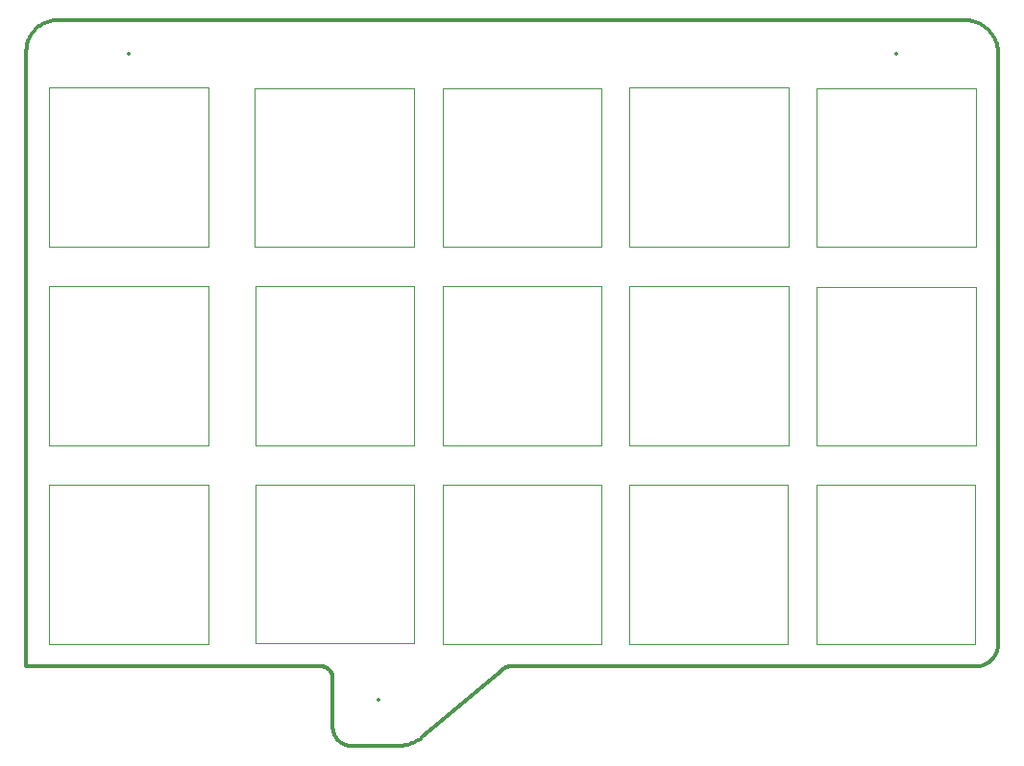
<source format=gtl>
%TF.GenerationSoftware,KiCad,Pcbnew,(6.0.6)*%
%TF.CreationDate,2022-09-19T19:52:02+09:00*%
%TF.ProjectId,split-mini_top__1,73706c69-742d-46d6-996e-695f746f705f,rev?*%
%TF.SameCoordinates,Original*%
%TF.FileFunction,Copper,L1,Top*%
%TF.FilePolarity,Positive*%
%FSLAX46Y46*%
G04 Gerber Fmt 4.6, Leading zero omitted, Abs format (unit mm)*
G04 Created by KiCad (PCBNEW (6.0.6)) date 2022-09-19 19:52:02*
%MOMM*%
%LPD*%
G01*
G04 APERTURE LIST*
%TA.AperFunction,Profile*%
%ADD10C,0.349999*%
%TD*%
%TA.AperFunction,Profile*%
%ADD11C,0.120000*%
%TD*%
%ADD12C,0.350000*%
G04 APERTURE END LIST*
D10*
X106588712Y-23174091D02*
X106620048Y-23313056D01*
X106550684Y-23037060D02*
X106588712Y-23174091D01*
X106676490Y-75980373D02*
X106676460Y-75198215D01*
X106676490Y-75980373D02*
X106676490Y-75980373D01*
X106673900Y-76082711D02*
X106676490Y-75980373D01*
X106666217Y-76183706D02*
X106673900Y-76082711D01*
X106653568Y-76283232D02*
X106666217Y-76183706D01*
X106636076Y-76381165D02*
X106653568Y-76283232D01*
X106613868Y-76477379D02*
X106636076Y-76381165D01*
X106587067Y-76571750D02*
X106613868Y-76477379D01*
X106555799Y-76664152D02*
X106587067Y-76571750D01*
X106520189Y-76754462D02*
X106555799Y-76664152D01*
X106480362Y-76842553D02*
X106520189Y-76754462D01*
X106436442Y-76928301D02*
X106480362Y-76842553D01*
X106388555Y-77011580D02*
X106436442Y-76928301D01*
X106336825Y-77092267D02*
X106388555Y-77011580D01*
X106281378Y-77170236D02*
X106336825Y-77092267D01*
X106222339Y-77245362D02*
X106281378Y-77170236D01*
X106159832Y-77317520D02*
X106222339Y-77245362D01*
X106093982Y-77386585D02*
X106159832Y-77317520D01*
X106024915Y-77452432D02*
X106093982Y-77386585D01*
X105952755Y-77514937D02*
X106024915Y-77452432D01*
X105877627Y-77573974D02*
X105952755Y-77514937D01*
X105799656Y-77629418D02*
X105877627Y-77573974D01*
X105718968Y-77681145D02*
X105799656Y-77629418D01*
X105635686Y-77729029D02*
X105718968Y-77681145D01*
X105549937Y-77772945D02*
X105635686Y-77729029D01*
X105461844Y-77812769D02*
X105549937Y-77772945D01*
X105371534Y-77848376D02*
X105461844Y-77812769D01*
X105279130Y-77879640D02*
X105371534Y-77848376D01*
X105184759Y-77906437D02*
X105279130Y-77879640D01*
X105088544Y-77928642D02*
X105184759Y-77906437D01*
X104990611Y-77946130D02*
X105088544Y-77928642D01*
X104891084Y-77958775D02*
X104990611Y-77946130D01*
X104790089Y-77966454D02*
X104891084Y-77958775D01*
X104687751Y-77969040D02*
X104790089Y-77966454D01*
X104687751Y-77969040D02*
X104687751Y-77969040D01*
X63738792Y-77969074D02*
X104687751Y-77969040D01*
X63738792Y-77969074D02*
X63738792Y-77969074D01*
X63684204Y-77970280D02*
X63738792Y-77969074D01*
X63629912Y-77973889D02*
X63684204Y-77970280D01*
X63575990Y-77979873D02*
X63629912Y-77973889D01*
X63522511Y-77988206D02*
X63575990Y-77979873D01*
X63469550Y-77998861D02*
X63522511Y-77988206D01*
X63417179Y-78011810D02*
X63469550Y-77998861D01*
X63365474Y-78027026D02*
X63417179Y-78011810D01*
X63314507Y-78044482D02*
X63365474Y-78027026D01*
X63264353Y-78064151D02*
X63314507Y-78044482D01*
X63215085Y-78086006D02*
X63264353Y-78064151D01*
X63166777Y-78110020D02*
X63215085Y-78086006D01*
X63119504Y-78136166D02*
X63166777Y-78110020D01*
X63073337Y-78164416D02*
X63119504Y-78136166D01*
X63028352Y-78194744D02*
X63073337Y-78164416D01*
X62984623Y-78227122D02*
X63028352Y-78194744D01*
X62942222Y-78261524D02*
X62984623Y-78227122D01*
X62942222Y-78261524D02*
X62942222Y-78261524D01*
X55995387Y-84158474D02*
X62942222Y-78261524D01*
X55995387Y-84158474D02*
X55995387Y-84158474D01*
X55877891Y-84253813D02*
X55995387Y-84158474D01*
X55756712Y-84343545D02*
X55877891Y-84253813D01*
X55632055Y-84427595D02*
X55756712Y-84343545D01*
X55504124Y-84505888D02*
X55632055Y-84427595D01*
X55373124Y-84578349D02*
X55504124Y-84505888D01*
X55239258Y-84644903D02*
X55373124Y-84578349D01*
X55102732Y-84705475D02*
X55239258Y-84644903D01*
X54963750Y-84759990D02*
X55102732Y-84705475D01*
X54822516Y-84808372D02*
X54963750Y-84759990D01*
X54679235Y-84850547D02*
X54822516Y-84808372D01*
X54534110Y-84886439D02*
X54679235Y-84850547D01*
X54387347Y-84915974D02*
X54534110Y-84886439D01*
X54239150Y-84939076D02*
X54387347Y-84915974D01*
X54089723Y-84955670D02*
X54239150Y-84939076D01*
X53939271Y-84965682D02*
X54089723Y-84955670D01*
X53787998Y-84969036D02*
X53939271Y-84965682D01*
X53787998Y-84969036D02*
X53787998Y-84969036D01*
X49678930Y-84969074D02*
X53787998Y-84969036D01*
X49678930Y-84969074D02*
X49678930Y-84969074D01*
X49596988Y-84967043D02*
X49678930Y-84969074D01*
X49515603Y-84960988D02*
X49596988Y-84967043D01*
X49434910Y-84950965D02*
X49515603Y-84960988D01*
X49355044Y-84937030D02*
X49434910Y-84950965D01*
X49276141Y-84919238D02*
X49355044Y-84937030D01*
X49198336Y-84897647D02*
X49276141Y-84919238D01*
X49121764Y-84872313D02*
X49198336Y-84897647D01*
X49046561Y-84843290D02*
X49121764Y-84872313D01*
X48972862Y-84810636D02*
X49046561Y-84843290D01*
X48900803Y-84774407D02*
X48972862Y-84810636D01*
X48830519Y-84734658D02*
X48900803Y-84774407D01*
X48762145Y-84691446D02*
X48830519Y-84734658D01*
X48695818Y-84644827D02*
X48762145Y-84691446D01*
X48631672Y-84594857D02*
X48695818Y-84644827D01*
X48569842Y-84541592D02*
X48631672Y-84594857D01*
X48510465Y-84485088D02*
X48569842Y-84541592D01*
X48510465Y-84485088D02*
X48510465Y-84485088D01*
X48453960Y-84425711D02*
X48510465Y-84485088D01*
X48400693Y-84363881D02*
X48453960Y-84425711D01*
X48350722Y-84299735D02*
X48400693Y-84363881D01*
X48304101Y-84233407D02*
X48350722Y-84299735D01*
X48260888Y-84165033D02*
X48304101Y-84233407D01*
X48221138Y-84094747D02*
X48260888Y-84165033D01*
X48184908Y-84022687D02*
X48221138Y-84094747D01*
X48152252Y-83948986D02*
X48184908Y-84022687D01*
X48123229Y-83873781D02*
X48152252Y-83948986D01*
X48097893Y-83797207D02*
X48123229Y-83873781D01*
X48076301Y-83719398D02*
X48097893Y-83797207D01*
X48058510Y-83640491D02*
X48076301Y-83719398D01*
X48044574Y-83560621D02*
X48058510Y-83640491D01*
X48034550Y-83479923D02*
X48044574Y-83560621D01*
X48028495Y-83398533D02*
X48034550Y-83479923D01*
X48026464Y-83316585D02*
X48028495Y-83398533D01*
X48026464Y-83316585D02*
X48026464Y-83316585D01*
X48026494Y-78995773D02*
X48026464Y-83316585D01*
X48026494Y-78995773D02*
X48026494Y-78995773D01*
X48025232Y-78944859D02*
X48026494Y-78995773D01*
X48021470Y-78894291D02*
X48025232Y-78944859D01*
X48015242Y-78844153D02*
X48021470Y-78894291D01*
X48006583Y-78794529D02*
X48015242Y-78844153D01*
X47995528Y-78745503D02*
X48006583Y-78794529D01*
X47982112Y-78697159D02*
X47995528Y-78745503D01*
X47966370Y-78649581D02*
X47982112Y-78697159D01*
X47948336Y-78602854D02*
X47966370Y-78649581D01*
X47928046Y-78557062D02*
X47948336Y-78602854D01*
X47905534Y-78512288D02*
X47928046Y-78557062D01*
X47880835Y-78468618D02*
X47905534Y-78512288D01*
X47853984Y-78426135D02*
X47880835Y-78468618D01*
X47825016Y-78384923D02*
X47853984Y-78426135D01*
X47793966Y-78345066D02*
X47825016Y-78384923D01*
X47760869Y-78306649D02*
X47793966Y-78345066D01*
X47725759Y-78269756D02*
X47760869Y-78306649D01*
X47725759Y-78269756D02*
X47725759Y-78269756D01*
X47688864Y-78234648D02*
X47725759Y-78269756D01*
X47650446Y-78201551D02*
X47688864Y-78234648D01*
X47610588Y-78170503D02*
X47650446Y-78201551D01*
X47569375Y-78141536D02*
X47610588Y-78170503D01*
X47526890Y-78114686D02*
X47569375Y-78141536D01*
X47483219Y-78089989D02*
X47526890Y-78114686D01*
X47438444Y-78067478D02*
X47483219Y-78089989D01*
X47392651Y-78047189D02*
X47438444Y-78067478D01*
X47345923Y-78029156D02*
X47392651Y-78047189D01*
X47298345Y-78013415D02*
X47345923Y-78029156D01*
X47250000Y-78000000D02*
X47298345Y-78013415D01*
X47200974Y-77988946D02*
X47250000Y-78000000D01*
X47151350Y-77980288D02*
X47200974Y-77988946D01*
X47101211Y-77974061D02*
X47151350Y-77980288D01*
X47050644Y-77970300D02*
X47101211Y-77974061D01*
X46999730Y-77969040D02*
X47050644Y-77970300D01*
X46999730Y-77969040D02*
X46999730Y-77969040D01*
X32022421Y-77969040D02*
X46999730Y-77969040D01*
X106676490Y-23883483D02*
X106676460Y-75198215D01*
X106676490Y-23883483D02*
X106676490Y-23883483D01*
X106672912Y-23739168D02*
X106676490Y-23883483D01*
X106662246Y-23595833D02*
X106672912Y-23739168D01*
X106644592Y-23453717D02*
X106662246Y-23595833D01*
X106620048Y-23313056D02*
X106644592Y-23453717D01*
X106506063Y-22902201D02*
X106550684Y-23037060D01*
X106454947Y-22769752D02*
X106506063Y-22902201D01*
X106397435Y-22639953D02*
X106454947Y-22769752D01*
X106333626Y-22513042D02*
X106397435Y-22639953D01*
X106263618Y-22389258D02*
X106333626Y-22513042D01*
X106187512Y-22268838D02*
X106263618Y-22389258D01*
X106105404Y-22152022D02*
X106187512Y-22268838D01*
X106017395Y-22039047D02*
X106105404Y-22152022D01*
X105923582Y-21930154D02*
X106017395Y-22039047D01*
X105824066Y-21825579D02*
X105923582Y-21930154D01*
X105824066Y-21825579D02*
X105824066Y-21825579D01*
X105719490Y-21726063D02*
X105824066Y-21825579D01*
X105610596Y-21632252D02*
X105719490Y-21726063D01*
X105497621Y-21544243D02*
X105610596Y-21632252D01*
X105380804Y-21462137D02*
X105497621Y-21544243D01*
X105260384Y-21386031D02*
X105380804Y-21462137D01*
X105136598Y-21316025D02*
X105260384Y-21386031D01*
X105009686Y-21252217D02*
X105136598Y-21316025D01*
X104879886Y-21194707D02*
X105009686Y-21252217D01*
X104747437Y-21143592D02*
X104879886Y-21194707D01*
X104612577Y-21098973D02*
X104747437Y-21143592D01*
X104475545Y-21060947D02*
X104612577Y-21098973D01*
X104336579Y-21029613D02*
X104475545Y-21060947D01*
X104195918Y-21005071D02*
X104336579Y-21029613D01*
X104053801Y-20987419D02*
X104195918Y-21005071D01*
X103910465Y-20976755D02*
X104053801Y-20987419D01*
X103766151Y-20973180D02*
X103910465Y-20976755D01*
X103766151Y-20973180D02*
X103766151Y-20973180D01*
X23744193Y-20973183D02*
X103766151Y-20973180D01*
X23744193Y-20973183D02*
X23744193Y-20973183D01*
X23604334Y-20976740D02*
X23744193Y-20973183D01*
X23466311Y-20987255D02*
X23604334Y-20976740D01*
X23330296Y-21004558D02*
X23466311Y-20987255D01*
X23196458Y-21028477D02*
X23330296Y-21004558D01*
X23064970Y-21058842D02*
X23196458Y-21028477D01*
X22936001Y-21095482D02*
X23064970Y-21058842D01*
X22809722Y-21138226D02*
X22936001Y-21095482D01*
X22686304Y-21186904D02*
X22809722Y-21138226D01*
X22565918Y-21241345D02*
X22686304Y-21186904D01*
X22448735Y-21301378D02*
X22565918Y-21241345D01*
X22334925Y-21366832D02*
X22448735Y-21301378D01*
X22224658Y-21437537D02*
X22334925Y-21366832D01*
X22118106Y-21513322D02*
X22224658Y-21437537D01*
X22015440Y-21594016D02*
X22118106Y-21513322D01*
X21916830Y-21679448D02*
X22015440Y-21594016D01*
X21822446Y-21769448D02*
X21916830Y-21679448D01*
X21732460Y-21863845D02*
X21822446Y-21769448D01*
X21647042Y-21962468D02*
X21732460Y-21863845D01*
X21566363Y-22065146D02*
X21647042Y-21962468D01*
X21490594Y-22171709D02*
X21566363Y-22065146D01*
X21419906Y-22281985D02*
X21490594Y-22171709D01*
X21354468Y-22395805D02*
X21419906Y-22281985D01*
X21294452Y-22512997D02*
X21354468Y-22395805D01*
X21240029Y-22633391D02*
X21294452Y-22512997D01*
X21191370Y-22756816D02*
X21240029Y-22633391D01*
X21148644Y-22883101D02*
X21191370Y-22756816D01*
X21112023Y-23012075D02*
X21148644Y-22883101D01*
X21081678Y-23143568D02*
X21112023Y-23012075D01*
X21057778Y-23277408D02*
X21081678Y-23143568D01*
X21040496Y-23413426D02*
X21057778Y-23277408D01*
X21026466Y-23691310D02*
X21040496Y-23413426D01*
X21026466Y-23691310D02*
X21026466Y-23691310D01*
X21026466Y-77969040D02*
X21026466Y-23691310D01*
X21026466Y-77969040D02*
X21026466Y-77969040D01*
X32022421Y-77969040D02*
X21026466Y-77969040D01*
D11*
%TO.C,SW6*%
X23040000Y-44460000D02*
X23040000Y-58460000D01*
X23040000Y-58460000D02*
X37040000Y-58460000D01*
X37040000Y-44460000D02*
X23040000Y-44460000D01*
X37040000Y-58460000D02*
X37040000Y-44460000D01*
%TO.C,SW11*%
X37050000Y-61960000D02*
X23050000Y-61960000D01*
X23050000Y-61960000D02*
X23050000Y-75960000D01*
X37050000Y-75960000D02*
X37050000Y-61960000D01*
X23050000Y-75960000D02*
X37050000Y-75960000D01*
%TO.C,SW9*%
X74170000Y-44460000D02*
X74170000Y-58460000D01*
X88170000Y-58460000D02*
X88170000Y-44460000D01*
X88170000Y-44460000D02*
X74170000Y-44460000D01*
X74170000Y-58460000D02*
X88170000Y-58460000D01*
%TO.C,SW3*%
X57710000Y-40950000D02*
X71710000Y-40950000D01*
X71710000Y-40950000D02*
X71710000Y-26950000D01*
X71710000Y-26950000D02*
X57710000Y-26950000D01*
X57710000Y-26950000D02*
X57710000Y-40950000D01*
%TO.C,SW5*%
X90690000Y-40960000D02*
X104690000Y-40960000D01*
X90690000Y-26960000D02*
X90690000Y-40960000D01*
X104690000Y-40960000D02*
X104690000Y-26960000D01*
X104690000Y-26960000D02*
X90690000Y-26960000D01*
%TO.C,SW15*%
X90670000Y-75960000D02*
X104670000Y-75960000D01*
X104670000Y-75960000D02*
X104670000Y-61960000D01*
X90670000Y-61960000D02*
X90670000Y-75960000D01*
X104670000Y-61960000D02*
X90670000Y-61960000D01*
%TO.C,SW7*%
X55180000Y-58450000D02*
X55180000Y-44450000D01*
X41180000Y-44450000D02*
X41180000Y-58450000D01*
X41180000Y-58450000D02*
X55180000Y-58450000D01*
X55180000Y-44450000D02*
X41180000Y-44450000D01*
%TO.C,SW8*%
X57710000Y-44460000D02*
X57710000Y-58460000D01*
X71710000Y-44460000D02*
X57710000Y-44460000D01*
X57710000Y-58460000D02*
X71710000Y-58460000D01*
X71710000Y-58460000D02*
X71710000Y-44460000D01*
%TO.C,SW10*%
X90680000Y-44470000D02*
X90680000Y-58470000D01*
X104680000Y-58470000D02*
X104680000Y-44470000D01*
X90680000Y-58470000D02*
X104680000Y-58470000D01*
X104680000Y-44470000D02*
X90680000Y-44470000D01*
%TO.C,SW2*%
X41170000Y-40950000D02*
X55170000Y-40950000D01*
X55170000Y-40950000D02*
X55170000Y-26950000D01*
X41170000Y-26950000D02*
X41170000Y-40950000D01*
X55170000Y-26950000D02*
X41170000Y-26950000D01*
%TO.C,SW13*%
X71740000Y-75980000D02*
X71740000Y-61980000D01*
X57740000Y-61980000D02*
X57740000Y-75980000D01*
X71740000Y-61980000D02*
X57740000Y-61980000D01*
X57740000Y-75980000D02*
X71740000Y-75980000D01*
%TO.C,SW12*%
X41180000Y-61940000D02*
X41180000Y-75940000D01*
X41180000Y-75940000D02*
X55180000Y-75940000D01*
X55180000Y-75940000D02*
X55180000Y-61940000D01*
X55180000Y-61940000D02*
X41180000Y-61940000D01*
%TO.C,SW14*%
X74160000Y-75960000D02*
X88160000Y-75960000D01*
X88160000Y-61960000D02*
X74160000Y-61960000D01*
X88160000Y-75960000D02*
X88160000Y-61960000D01*
X74160000Y-61960000D02*
X74160000Y-75960000D01*
%TO.C,SW1*%
X23040000Y-26930000D02*
X23040000Y-40930000D01*
X37040000Y-26930000D02*
X23040000Y-26930000D01*
X23040000Y-40930000D02*
X37040000Y-40930000D01*
X37040000Y-40930000D02*
X37040000Y-26930000D01*
%TO.C,SW4*%
X74180000Y-40930000D02*
X88180000Y-40930000D01*
X74180000Y-26930000D02*
X74180000Y-40930000D01*
X88180000Y-40930000D02*
X88180000Y-26930000D01*
X88180000Y-26930000D02*
X74180000Y-26930000D01*
%TD*%
D12*
X52020000Y-80950000D03*
X97680000Y-23950000D03*
X30040000Y-23950000D03*
M02*

</source>
